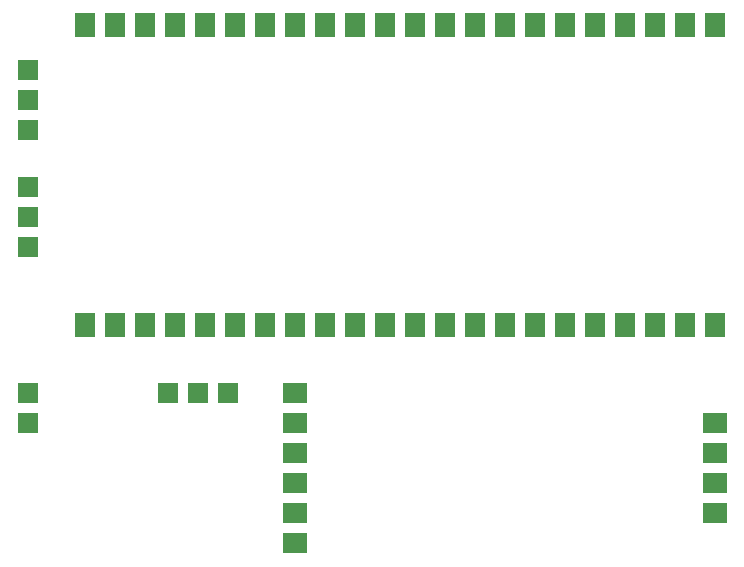
<source format=gts>
G04 Layer: TopSolderMaskLayer*
G04 EasyEDA v6.5.46, 2024-09-02 22:14:07*
G04 e88426a38d4c4d1a9789fb718d1c1170,6b50037bb1584808a520f39feb1544fe,10*
G04 Gerber Generator version 0.2*
G04 Scale: 100 percent, Rotated: No, Reflected: No *
G04 Dimensions in millimeters *
G04 leading zeros omitted , absolute positions ,4 integer and 5 decimal *
%FSLAX45Y45*%
%MOMM*%

%AMMACRO1*4,1,8,-0.971,-0.8509,-1.0008,-0.8209,-1.0008,0.8212,-0.971,0.8509,0.9708,0.8509,1.0008,0.8212,1.0008,-0.8209,0.9708,-0.8509,-0.971,-0.8509,0*%
%AMMACRO2*4,1,8,-0.8085,-0.8382,-0.8382,-0.8082,-0.8382,0.8085,-0.8085,0.8382,0.8082,0.8382,0.8382,0.8085,0.8382,-0.8082,0.8082,-0.8382,-0.8085,-0.8382,0*%
%AMMACRO3*4,1,8,-0.8212,-1.0008,-0.8509,-0.9708,-0.8509,0.971,-0.8212,1.0008,0.8209,1.0008,0.8509,0.971,0.8509,-0.9708,0.8209,-1.0008,-0.8212,-1.0008,0*%
%ADD10MACRO1*%
%ADD11MACRO2*%
%ADD12MACRO3*%

%LPD*%
D10*
G01*
X-4318000Y952500D03*
G01*
X-4318000Y1206500D03*
G01*
X-4318000Y1460500D03*
G01*
X-4318000Y1714500D03*
G01*
X-4318000Y1968500D03*
G01*
X-4318000Y698500D03*
G01*
X-762000Y952500D03*
G01*
X-762000Y1206500D03*
G01*
X-762000Y1460500D03*
G01*
X-762000Y1714500D03*
D11*
G01*
X-6582664Y3211830D03*
G01*
X-6582664Y3466084D03*
G01*
X-6582664Y3720592D03*
D12*
G01*
X-767080Y5086096D03*
G01*
X-767080Y2546096D03*
G01*
X-1021080Y5086096D03*
G01*
X-1021080Y2546096D03*
G01*
X-1275080Y5086096D03*
G01*
X-1275080Y2546096D03*
G01*
X-1529080Y5086096D03*
G01*
X-1529080Y2546096D03*
G01*
X-1783080Y5086096D03*
G01*
X-1783080Y2546096D03*
G01*
X-2037080Y5086096D03*
G01*
X-2037080Y2546096D03*
G01*
X-2291080Y5086096D03*
G01*
X-2291080Y2546096D03*
G01*
X-2545080Y5086096D03*
G01*
X-2545080Y2546096D03*
G01*
X-2799080Y5086096D03*
G01*
X-2799080Y2546096D03*
G01*
X-3053080Y5086096D03*
G01*
X-3053080Y2546096D03*
G01*
X-3307080Y5086096D03*
G01*
X-3307080Y2546096D03*
G01*
X-3561080Y5086096D03*
G01*
X-3561080Y2546096D03*
G01*
X-3815080Y5086096D03*
G01*
X-3815080Y2546096D03*
G01*
X-4069080Y5086096D03*
G01*
X-4069080Y2546096D03*
G01*
X-4323080Y5086096D03*
G01*
X-4323080Y2546096D03*
G01*
X-4577080Y5086096D03*
G01*
X-4577080Y2546096D03*
G01*
X-4831080Y5086096D03*
G01*
X-4831080Y2546096D03*
G01*
X-5085080Y5086096D03*
G01*
X-5085080Y2546096D03*
G01*
X-5339080Y5086096D03*
G01*
X-5339080Y2546096D03*
G01*
X-5593080Y5086096D03*
G01*
X-5593080Y2546096D03*
G01*
X-5847080Y5086096D03*
G01*
X-5847080Y2546096D03*
G01*
X-6101080Y5086096D03*
G01*
X-6101080Y2546096D03*
D11*
G01*
X-6582587Y1971598D03*
G01*
X-6582587Y1717192D03*
G01*
X-6582587Y4706391D03*
G01*
X-6582587Y4451984D03*
G01*
X-6582587Y4197578D03*
G01*
X-5397500Y1968500D03*
G01*
X-5143500Y1968500D03*
G01*
X-4889500Y1968500D03*
M02*

</source>
